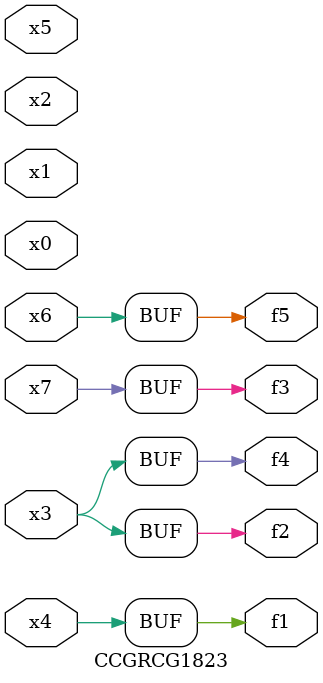
<source format=v>
module CCGRCG1823(
	input x0, x1, x2, x3, x4, x5, x6, x7,
	output f1, f2, f3, f4, f5
);
	assign f1 = x4;
	assign f2 = x3;
	assign f3 = x7;
	assign f4 = x3;
	assign f5 = x6;
endmodule

</source>
